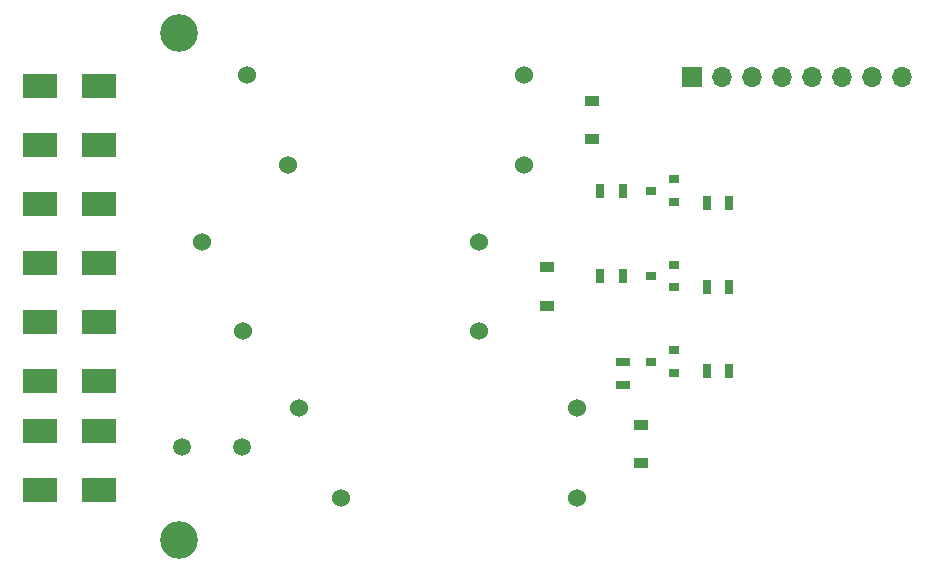
<source format=gts>
G04 #@! TF.FileFunction,Soldermask,Top*
%FSLAX46Y46*%
G04 Gerber Fmt 4.6, Leading zero omitted, Abs format (unit mm)*
G04 Created by KiCad (PCBNEW 4.0.2-4+6225~38~ubuntu14.04.1-stable) date Thu 05 Jan 2017 08:50:19 PM CET*
%MOMM*%
G01*
G04 APERTURE LIST*
%ADD10C,0.100000*%
%ADD11C,1.524000*%
%ADD12R,1.220000X0.910000*%
%ADD13R,0.900000X0.800000*%
%ADD14R,0.700000X1.300000*%
%ADD15R,1.300000X0.700000*%
%ADD16C,3.200000*%
%ADD17R,3.000000X2.000000*%
%ADD18C,1.501140*%
%ADD19R,1.700000X1.700000*%
%ADD20O,1.700000X1.700000*%
G04 APERTURE END LIST*
D10*
D11*
X86730000Y-91577000D03*
X86730000Y-99177000D03*
X66730000Y-99177000D03*
X63230000Y-91577000D03*
X78475000Y-77480000D03*
X78475000Y-85080000D03*
X58475000Y-85080000D03*
X54975000Y-77480000D03*
X82285000Y-63383000D03*
X82285000Y-70983000D03*
X62285000Y-70983000D03*
X58785000Y-63383000D03*
D12*
X88011000Y-68818000D03*
X88011000Y-65548000D03*
X84201000Y-82915000D03*
X84201000Y-79645000D03*
X92202000Y-96250000D03*
X92202000Y-92980000D03*
D13*
X94980000Y-74102000D03*
X94980000Y-72202000D03*
X92980000Y-73152000D03*
X94980000Y-81341000D03*
X94980000Y-79441000D03*
X92980000Y-80391000D03*
X94980000Y-88580000D03*
X94980000Y-86680000D03*
X92980000Y-87630000D03*
D14*
X97729000Y-74168000D03*
X99629000Y-74168000D03*
X97729000Y-81280000D03*
X99629000Y-81280000D03*
X97729000Y-88392000D03*
X99629000Y-88392000D03*
X88712000Y-73152000D03*
X90612000Y-73152000D03*
X88712000Y-80391000D03*
X90612000Y-80391000D03*
D15*
X90678000Y-89596000D03*
X90678000Y-87696000D03*
D16*
X53086000Y-59780000D03*
X53086000Y-102780000D03*
D17*
X41275000Y-93472000D03*
X41275000Y-98472000D03*
X46275000Y-98472000D03*
X46275000Y-93472000D03*
X41275000Y-64262000D03*
X41275000Y-69262000D03*
X41275000Y-74262000D03*
X41275000Y-79262000D03*
X41275000Y-84262000D03*
X41275000Y-89262000D03*
X46275000Y-89262000D03*
X46275000Y-84262000D03*
X46275000Y-79262000D03*
X46275000Y-74262000D03*
X46275000Y-69262000D03*
X46275000Y-64262000D03*
D18*
X53340000Y-94869000D03*
X58420000Y-94879160D03*
D19*
X96520000Y-63500000D03*
D20*
X99060000Y-63500000D03*
X101600000Y-63500000D03*
X104140000Y-63500000D03*
X106680000Y-63500000D03*
X109220000Y-63500000D03*
X111760000Y-63500000D03*
X114300000Y-63500000D03*
M02*

</source>
